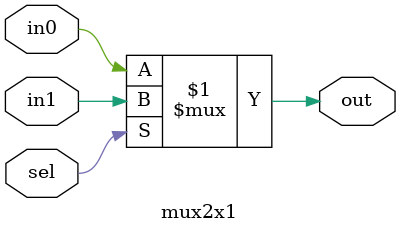
<source format=v>
module mux2x1
    (
	input in0, in1,
	input sel,
	output out
    );
    assign out = (sel) ? in1 : in0;
endmodule
</source>
